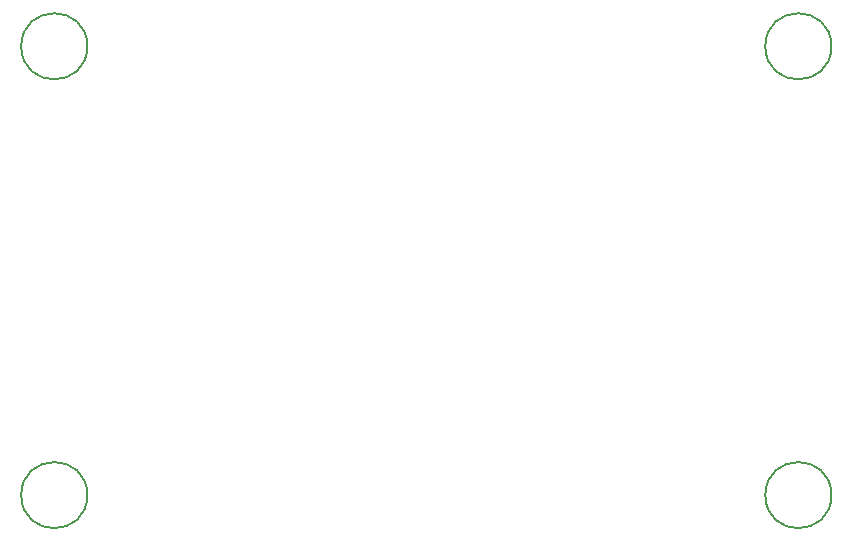
<source format=gbr>
%TF.GenerationSoftware,KiCad,Pcbnew,8.0.2*%
%TF.CreationDate,2024-05-05T15:17:45+02:00*%
%TF.ProjectId,motor_unicorn,6d6f746f-725f-4756-9e69-636f726e2e6b,rev?*%
%TF.SameCoordinates,Original*%
%TF.FileFunction,Other,Comment*%
%FSLAX46Y46*%
G04 Gerber Fmt 4.6, Leading zero omitted, Abs format (unit mm)*
G04 Created by KiCad (PCBNEW 8.0.2) date 2024-05-05 15:17:45*
%MOMM*%
%LPD*%
G01*
G04 APERTURE LIST*
%ADD10C,0.150000*%
G04 APERTURE END LIST*
D10*
%TO.C,H1*%
X-28700000Y-16500000D02*
G75*
G02*
X-34300000Y-16500000I-2800000J0D01*
G01*
X-34300000Y-16500000D02*
G75*
G02*
X-28700000Y-16500000I2800000J0D01*
G01*
%TO.C,H4*%
X-28700000Y21500000D02*
G75*
G02*
X-34300000Y21500000I-2800000J0D01*
G01*
X-34300000Y21500000D02*
G75*
G02*
X-28700000Y21500000I2800000J0D01*
G01*
%TO.C,H3*%
X34300000Y21500000D02*
G75*
G02*
X28700000Y21500000I-2800000J0D01*
G01*
X28700000Y21500000D02*
G75*
G02*
X34300000Y21500000I2800000J0D01*
G01*
%TO.C,H2*%
X34300000Y-16500000D02*
G75*
G02*
X28700000Y-16500000I-2800000J0D01*
G01*
X28700000Y-16500000D02*
G75*
G02*
X34300000Y-16500000I2800000J0D01*
G01*
%TD*%
M02*

</source>
